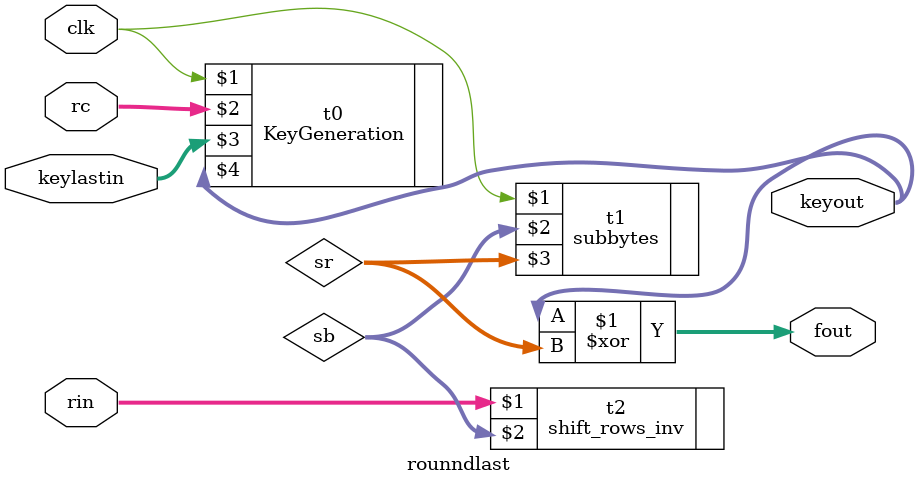
<source format=v>

module rounndlast(clk,rc,rin,keylastin,fout,keyout);
input clk;
input [3:0]rc;
input [127:0]rin;
input [127:0]keylastin;
output [127:0]fout;
output [127:0]keyout;

wire [127:0] sb,sr,mcl,keyout;

KeyGeneration t0(clk,rc,keylastin,keyout);
shift_rows_inv t2(rin,sb);
subbytes t1(clk,sb,sr);
assign fout= keyout^sr;

endmodule
</source>
